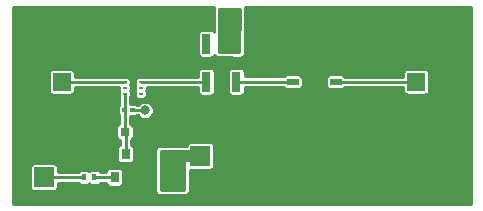
<source format=gtl>
G04 #@! TF.GenerationSoftware,KiCad,Pcbnew,(5.0.1)-4*
G04 #@! TF.CreationDate,2019-05-23T13:05:22-07:00*
G04 #@! TF.ProjectId,Transmit_circuit,5472616E736D69745F63697263756974,rev?*
G04 #@! TF.SameCoordinates,Original*
G04 #@! TF.FileFunction,Copper,L1,Top,Signal*
G04 #@! TF.FilePolarity,Positive*
%FSLAX46Y46*%
G04 Gerber Fmt 4.6, Leading zero omitted, Abs format (unit mm)*
G04 Created by KiCad (PCBNEW (5.0.1)-4) date 5/23/2019 1:05:22 PM*
%MOMM*%
%LPD*%
G01*
G04 APERTURE LIST*
G04 #@! TA.AperFunction,SMDPad,CuDef*
%ADD10R,0.400000X0.600000*%
G04 #@! TD*
G04 #@! TA.AperFunction,SMDPad,CuDef*
%ADD11R,0.990000X0.610000*%
G04 #@! TD*
G04 #@! TA.AperFunction,SMDPad,CuDef*
%ADD12R,1.750000X0.990000*%
G04 #@! TD*
G04 #@! TA.AperFunction,ComponentPad*
%ADD13C,0.600000*%
G04 #@! TD*
G04 #@! TA.AperFunction,ComponentPad*
%ADD14R,1.700000X1.700000*%
G04 #@! TD*
G04 #@! TA.AperFunction,ComponentPad*
%ADD15O,1.700000X1.700000*%
G04 #@! TD*
G04 #@! TA.AperFunction,ViaPad*
%ADD16C,0.350000*%
G04 #@! TD*
G04 #@! TA.AperFunction,SMDPad,CuDef*
%ADD17R,0.600000X1.200000*%
G04 #@! TD*
G04 #@! TA.AperFunction,SMDPad,CuDef*
%ADD18R,0.350000X0.250000*%
G04 #@! TD*
G04 #@! TA.AperFunction,SMDPad,CuDef*
%ADD19R,1.900000X1.900000*%
G04 #@! TD*
G04 #@! TA.AperFunction,SMDPad,CuDef*
%ADD20R,1.500000X1.500000*%
G04 #@! TD*
G04 #@! TA.AperFunction,Conductor*
%ADD21C,0.200000*%
G04 #@! TD*
G04 #@! TA.AperFunction,SMDPad,CuDef*
%ADD22C,0.400000*%
G04 #@! TD*
G04 #@! TA.AperFunction,SMDPad,CuDef*
%ADD23R,0.800000X0.900000*%
G04 #@! TD*
G04 #@! TA.AperFunction,SMDPad,CuDef*
%ADD24R,0.790000X1.680000*%
G04 #@! TD*
G04 #@! TA.AperFunction,SMDPad,CuDef*
%ADD25R,3.330000X0.690000*%
G04 #@! TD*
G04 #@! TA.AperFunction,SMDPad,CuDef*
%ADD26R,0.690000X2.110000*%
G04 #@! TD*
G04 #@! TA.AperFunction,ViaPad*
%ADD27C,0.600000*%
G04 #@! TD*
G04 #@! TA.AperFunction,SMDPad,CuDef*
%ADD28R,0.600000X0.500000*%
G04 #@! TD*
G04 #@! TA.AperFunction,SMDPad,CuDef*
%ADD29R,0.800000X0.750000*%
G04 #@! TD*
G04 #@! TA.AperFunction,ViaPad*
%ADD30C,0.800000*%
G04 #@! TD*
G04 #@! TA.AperFunction,Conductor*
%ADD31C,0.250000*%
G04 #@! TD*
G04 #@! TA.AperFunction,Conductor*
%ADD32C,0.267000*%
G04 #@! TD*
G04 #@! TA.AperFunction,Conductor*
%ADD33C,0.254000*%
G04 #@! TD*
G04 APERTURE END LIST*
D10*
G04 #@! TO.P,R1,2*
G04 #@! TO.N,Net-(J1-Pad1)*
X104125000Y-122575000D03*
G04 #@! TO.P,R1,1*
G04 #@! TO.N,Net-(R1-Pad1)*
X105025000Y-122575000D03*
G04 #@! TD*
D11*
G04 #@! TO.P,U4,1*
G04 #@! TO.N,/t_out*
X121810000Y-114500000D03*
D12*
G04 #@! TO.P,U4,2*
G04 #@! TO.N,GND*
X123625000Y-115515000D03*
D11*
G04 #@! TO.P,U4,3*
G04 #@! TO.N,/Filter_out*
X125440000Y-114500000D03*
D12*
G04 #@! TO.P,U4,4*
G04 #@! TO.N,GND*
X123625000Y-113485000D03*
D13*
G04 #@! TO.P,U4,2*
X123055000Y-115700000D03*
X124195000Y-115700000D03*
G04 #@! TO.P,U4,4*
X123055000Y-113300000D03*
X124195000Y-113300000D03*
G04 #@! TD*
D14*
G04 #@! TO.P,J2,1*
G04 #@! TO.N,+5V*
X114000000Y-120750000D03*
D15*
G04 #@! TO.P,J2,2*
G04 #@! TO.N,GND*
X116540000Y-120750000D03*
G04 #@! TD*
D16*
G04 #@! TO.N,GND*
G04 #@! TO.C,U2*
X108250000Y-115470000D03*
X108250000Y-114990000D03*
X108250000Y-114500000D03*
X108250000Y-114030000D03*
D17*
G04 #@! TD*
G04 #@! TO.P,U2,8*
G04 #@! TO.N,GND*
X108250000Y-114750000D03*
D18*
G04 #@! TO.P,U2,8*
G04 #@! TO.N,GND*
X108925000Y-114000000D03*
G04 #@! TO.P,U2,7*
G04 #@! TO.N,Net-(U2-Pad7)*
X108925000Y-114500000D03*
G04 #@! TO.P,U2,6*
G04 #@! TO.N,N/C*
X108925000Y-115000000D03*
G04 #@! TO.P,U2,5*
X108925000Y-115500000D03*
G04 #@! TO.P,U2,4*
G04 #@! TO.N,Net-(C2-Pad1)*
X107575000Y-115500000D03*
G04 #@! TO.P,U2,3*
G04 #@! TO.N,N/C*
X107575000Y-115000000D03*
G04 #@! TO.P,U2,2*
G04 #@! TO.N,Net-(CON1-Pad1)*
X107575000Y-114500000D03*
G04 #@! TO.P,U2,1*
G04 #@! TO.N,GND*
X107575000Y-114000000D03*
G04 #@! TD*
D19*
G04 #@! TO.P,CON1,2*
G04 #@! TO.N,GND*
X104625000Y-112125000D03*
X104625000Y-116875000D03*
X99875000Y-116875000D03*
X99875000Y-112125000D03*
D20*
G04 #@! TO.P,CON1,1*
G04 #@! TO.N,Net-(CON1-Pad1)*
X102250000Y-114500000D03*
G04 #@! TD*
G04 #@! TO.P,CON2,1*
G04 #@! TO.N,/Filter_out*
X132250000Y-114500000D03*
D19*
G04 #@! TO.P,CON2,2*
G04 #@! TO.N,GND*
X129875000Y-112125000D03*
X129875000Y-116875000D03*
X134625000Y-116875000D03*
X134625000Y-112125000D03*
G04 #@! TD*
D21*
G04 #@! TO.N,Net-(C2-Pad1)*
G04 #@! TO.C,R2*
G36*
X107719802Y-116675482D02*
X107729509Y-116676921D01*
X107739028Y-116679306D01*
X107748268Y-116682612D01*
X107757140Y-116686808D01*
X107765557Y-116691853D01*
X107773439Y-116697699D01*
X107780711Y-116704289D01*
X107787301Y-116711561D01*
X107793147Y-116719443D01*
X107798192Y-116727860D01*
X107802388Y-116736732D01*
X107805694Y-116745972D01*
X107808079Y-116755491D01*
X107809518Y-116765198D01*
X107810000Y-116775000D01*
X107810000Y-116975000D01*
X107809518Y-116984802D01*
X107808079Y-116994509D01*
X107805694Y-117004028D01*
X107802388Y-117013268D01*
X107798192Y-117022140D01*
X107793147Y-117030557D01*
X107787301Y-117038439D01*
X107780711Y-117045711D01*
X107773439Y-117052301D01*
X107765557Y-117058147D01*
X107757140Y-117063192D01*
X107748268Y-117067388D01*
X107739028Y-117070694D01*
X107729509Y-117073079D01*
X107719802Y-117074518D01*
X107710000Y-117075000D01*
X107450000Y-117075000D01*
X107440198Y-117074518D01*
X107430491Y-117073079D01*
X107420972Y-117070694D01*
X107411732Y-117067388D01*
X107402860Y-117063192D01*
X107394443Y-117058147D01*
X107386561Y-117052301D01*
X107379289Y-117045711D01*
X107372699Y-117038439D01*
X107366853Y-117030557D01*
X107361808Y-117022140D01*
X107357612Y-117013268D01*
X107354306Y-117004028D01*
X107351921Y-116994509D01*
X107350482Y-116984802D01*
X107350000Y-116975000D01*
X107350000Y-116775000D01*
X107350482Y-116765198D01*
X107351921Y-116755491D01*
X107354306Y-116745972D01*
X107357612Y-116736732D01*
X107361808Y-116727860D01*
X107366853Y-116719443D01*
X107372699Y-116711561D01*
X107379289Y-116704289D01*
X107386561Y-116697699D01*
X107394443Y-116691853D01*
X107402860Y-116686808D01*
X107411732Y-116682612D01*
X107420972Y-116679306D01*
X107430491Y-116676921D01*
X107440198Y-116675482D01*
X107450000Y-116675000D01*
X107710000Y-116675000D01*
X107719802Y-116675482D01*
X107719802Y-116675482D01*
G37*
D22*
G04 #@! TD*
G04 #@! TO.P,R2,1*
G04 #@! TO.N,Net-(C2-Pad1)*
X107580000Y-116875000D03*
D21*
G04 #@! TO.N,+5V*
G04 #@! TO.C,R2*
G36*
X108359802Y-116675482D02*
X108369509Y-116676921D01*
X108379028Y-116679306D01*
X108388268Y-116682612D01*
X108397140Y-116686808D01*
X108405557Y-116691853D01*
X108413439Y-116697699D01*
X108420711Y-116704289D01*
X108427301Y-116711561D01*
X108433147Y-116719443D01*
X108438192Y-116727860D01*
X108442388Y-116736732D01*
X108445694Y-116745972D01*
X108448079Y-116755491D01*
X108449518Y-116765198D01*
X108450000Y-116775000D01*
X108450000Y-116975000D01*
X108449518Y-116984802D01*
X108448079Y-116994509D01*
X108445694Y-117004028D01*
X108442388Y-117013268D01*
X108438192Y-117022140D01*
X108433147Y-117030557D01*
X108427301Y-117038439D01*
X108420711Y-117045711D01*
X108413439Y-117052301D01*
X108405557Y-117058147D01*
X108397140Y-117063192D01*
X108388268Y-117067388D01*
X108379028Y-117070694D01*
X108369509Y-117073079D01*
X108359802Y-117074518D01*
X108350000Y-117075000D01*
X108090000Y-117075000D01*
X108080198Y-117074518D01*
X108070491Y-117073079D01*
X108060972Y-117070694D01*
X108051732Y-117067388D01*
X108042860Y-117063192D01*
X108034443Y-117058147D01*
X108026561Y-117052301D01*
X108019289Y-117045711D01*
X108012699Y-117038439D01*
X108006853Y-117030557D01*
X108001808Y-117022140D01*
X107997612Y-117013268D01*
X107994306Y-117004028D01*
X107991921Y-116994509D01*
X107990482Y-116984802D01*
X107990000Y-116975000D01*
X107990000Y-116775000D01*
X107990482Y-116765198D01*
X107991921Y-116755491D01*
X107994306Y-116745972D01*
X107997612Y-116736732D01*
X108001808Y-116727860D01*
X108006853Y-116719443D01*
X108012699Y-116711561D01*
X108019289Y-116704289D01*
X108026561Y-116697699D01*
X108034443Y-116691853D01*
X108042860Y-116686808D01*
X108051732Y-116682612D01*
X108060972Y-116679306D01*
X108070491Y-116676921D01*
X108080198Y-116675482D01*
X108090000Y-116675000D01*
X108350000Y-116675000D01*
X108359802Y-116675482D01*
X108359802Y-116675482D01*
G37*
D22*
G04 #@! TD*
G04 #@! TO.P,R2,2*
G04 #@! TO.N,+5V*
X108220000Y-116875000D03*
D23*
G04 #@! TO.P,U1,1*
G04 #@! TO.N,Net-(C2-Pad1)*
X107675000Y-120575000D03*
G04 #@! TO.P,U1,2*
G04 #@! TO.N,Net-(R1-Pad1)*
X106725000Y-122575000D03*
G04 #@! TO.P,U1,3*
G04 #@! TO.N,GND*
X108625000Y-122575000D03*
G04 #@! TD*
D24*
G04 #@! TO.P,U3,1*
G04 #@! TO.N,Net-(U2-Pad7)*
X114480000Y-114485000D03*
G04 #@! TO.P,U3,2*
G04 #@! TO.N,/t_out*
X117020000Y-114485000D03*
G04 #@! TO.P,U3,3*
G04 #@! TO.N,+5V*
X117020000Y-111265000D03*
G04 #@! TO.P,U3,4*
G04 #@! TO.N,N/C*
X114480000Y-111265000D03*
D25*
G04 #@! TO.P,U3,5*
G04 #@! TO.N,GND*
X115750000Y-112875000D03*
D26*
X115750000Y-114275000D03*
D27*
G04 #@! TD*
G04 #@! TO.N,GND*
G04 #@! TO.C,U3*
X114400000Y-112875000D03*
G04 #@! TO.N,GND*
G04 #@! TO.C,U3*
X115750000Y-112875000D03*
X117100000Y-112875000D03*
X115750000Y-113975000D03*
X115750000Y-114975000D03*
G04 #@! TD*
D14*
G04 #@! TO.P,J1,1*
G04 #@! TO.N,Net-(J1-Pad1)*
X100725000Y-122575000D03*
G04 #@! TD*
D28*
G04 #@! TO.P,C1,2*
G04 #@! TO.N,GND*
X118075000Y-109625000D03*
G04 #@! TO.P,C1,1*
G04 #@! TO.N,+5V*
X117075000Y-109625000D03*
G04 #@! TD*
D29*
G04 #@! TO.P,C2,1*
G04 #@! TO.N,Net-(C2-Pad1)*
X107600000Y-118725000D03*
G04 #@! TO.P,C2,2*
G04 #@! TO.N,GND*
X109100000Y-118725000D03*
G04 #@! TD*
D30*
G04 #@! TO.N,+5V*
X112250000Y-120750000D03*
X111000000Y-120750000D03*
X111000000Y-122000000D03*
X111000000Y-123250000D03*
X112250000Y-123250000D03*
X112250000Y-122000000D03*
X109300000Y-116900000D03*
X116000000Y-109900000D03*
X115950000Y-108800000D03*
X116900000Y-108650000D03*
G04 #@! TO.N,GND*
X117250000Y-123250000D03*
X118500000Y-123250000D03*
X118500000Y-122000000D03*
X118500000Y-120750000D03*
X102250000Y-112250000D03*
X99750000Y-114500000D03*
X102250000Y-116750000D03*
X132000000Y-112000000D03*
X134500000Y-114500000D03*
X132250000Y-116750000D03*
D16*
X115750000Y-115950000D03*
X114500000Y-115950000D03*
X117025000Y-115950000D03*
X118075000Y-115025000D03*
X118725000Y-115025000D03*
X119350000Y-115025000D03*
X119975000Y-115025000D03*
X120675000Y-115050000D03*
X121250000Y-115325000D03*
X121925000Y-115700000D03*
X118075000Y-113900000D03*
X118725000Y-113925000D03*
X119425000Y-113925000D03*
X120050000Y-113925000D03*
X120750000Y-113950000D03*
X121325000Y-113575000D03*
X122050000Y-113325000D03*
X104625000Y-113975000D03*
X105275000Y-113975000D03*
X105925000Y-113975000D03*
X106725000Y-113975000D03*
X104625000Y-115025000D03*
X105250000Y-115025000D03*
X105925000Y-115025000D03*
X106725000Y-115050000D03*
X113750000Y-115775000D03*
X113525000Y-115050000D03*
X112900000Y-115050000D03*
X112275000Y-115050000D03*
X111600000Y-115050000D03*
X111000000Y-115050000D03*
X110375000Y-115050000D03*
X109775000Y-115050000D03*
X113550000Y-112850000D03*
X113550000Y-113950000D03*
X112900000Y-113950000D03*
X112275000Y-113950000D03*
X111650000Y-113950000D03*
X111050000Y-113950000D03*
X110375000Y-113975000D03*
X109800000Y-113975000D03*
X125075000Y-113375000D03*
X125650000Y-113600000D03*
X126525000Y-113925000D03*
X127175000Y-113925000D03*
X127825000Y-113925000D03*
X128475000Y-113925000D03*
X129225000Y-113925000D03*
X130050000Y-113925000D03*
X124975000Y-115625000D03*
X125800000Y-115400000D03*
X126500000Y-115050000D03*
X127225000Y-115050000D03*
X128000000Y-115075000D03*
X128675000Y-115075000D03*
X129500000Y-115075000D03*
X130175000Y-115075000D03*
D30*
X106375000Y-112175000D03*
X108225000Y-112800000D03*
X110125000Y-112850000D03*
X112300000Y-108950000D03*
X110100000Y-108900000D03*
X110075000Y-110700000D03*
X108200000Y-110625000D03*
X108150000Y-108925000D03*
X105875000Y-108875000D03*
X103350000Y-108850000D03*
X99850000Y-108875000D03*
X114200000Y-108950000D03*
X106475000Y-116875000D03*
X105800000Y-118975000D03*
X103375000Y-118975000D03*
X99975000Y-118975000D03*
X112625000Y-118100000D03*
X112600000Y-116475000D03*
X110700000Y-116425000D03*
X115700000Y-118050000D03*
X117925000Y-118100000D03*
X118525000Y-116500000D03*
X120375000Y-116550000D03*
X120450000Y-118225000D03*
X122125000Y-117075000D03*
X124300000Y-117075000D03*
X127600000Y-116600000D03*
X134650000Y-118825000D03*
X132400000Y-118825000D03*
X129725000Y-118800000D03*
X127450000Y-118775000D03*
X125175000Y-118775000D03*
X122550000Y-118750000D03*
X136400000Y-112125000D03*
X136400000Y-114775000D03*
X136375000Y-117075000D03*
X136325000Y-118850000D03*
X134825000Y-109750000D03*
X132075000Y-109825000D03*
X129900000Y-109775000D03*
X127925000Y-109850000D03*
X127925000Y-112250000D03*
X125975000Y-112225000D03*
X126050000Y-109725000D03*
X123650000Y-109725000D03*
X123625000Y-112000000D03*
X121325000Y-111975000D03*
X121100000Y-109650000D03*
X99850000Y-110275000D03*
X102250000Y-110275000D03*
X104725000Y-110200000D03*
D16*
X104000000Y-113975000D03*
X104000000Y-115025000D03*
X130825000Y-113925000D03*
X130825000Y-115075000D03*
D30*
X118425000Y-110725000D03*
X118425000Y-111925000D03*
X118375000Y-113025000D03*
X119875000Y-112975000D03*
X119875000Y-111225000D03*
X113275000Y-110150000D03*
X113275000Y-111550000D03*
X112550000Y-112900000D03*
X111450000Y-111650000D03*
X110600000Y-118725000D03*
X108625000Y-123950000D03*
X109100000Y-120500000D03*
X104500000Y-120625000D03*
G04 #@! TD*
D31*
G04 #@! TO.N,+5V*
X114000000Y-120750000D02*
X112250000Y-120750000D01*
X111000000Y-120750000D02*
X111000000Y-122000000D01*
X111000000Y-123250000D02*
X112250000Y-123250000D01*
X108220000Y-116875000D02*
X109275000Y-116875000D01*
X109275000Y-116875000D02*
X109300000Y-116900000D01*
X117075000Y-109625000D02*
X116275000Y-109625000D01*
X116275000Y-109625000D02*
X116000000Y-109900000D01*
X115950000Y-108800000D02*
X116750000Y-108800000D01*
X116750000Y-108800000D02*
X116900000Y-108650000D01*
X117020000Y-109680000D02*
X117075000Y-109625000D01*
X117020000Y-111265000D02*
X117020000Y-109680000D01*
G04 #@! TO.N,GND*
X118500000Y-123250000D02*
X118500000Y-122000000D01*
X99875000Y-112125000D02*
X102125000Y-112125000D01*
X102125000Y-112125000D02*
X102250000Y-112250000D01*
X102375000Y-112125000D02*
X102250000Y-112250000D01*
X104625000Y-112125000D02*
X102375000Y-112125000D01*
X99875000Y-116875000D02*
X99875000Y-114625000D01*
X99875000Y-114625000D02*
X99750000Y-114500000D01*
X99875000Y-114375000D02*
X99750000Y-114500000D01*
X99875000Y-112125000D02*
X99875000Y-114375000D01*
X99875000Y-116875000D02*
X102125000Y-116875000D01*
X102125000Y-116875000D02*
X102250000Y-116750000D01*
X102375000Y-116875000D02*
X102250000Y-116750000D01*
X104625000Y-116875000D02*
X102375000Y-116875000D01*
X129875000Y-112125000D02*
X131875000Y-112125000D01*
X131875000Y-112125000D02*
X132000000Y-112000000D01*
X132125000Y-112125000D02*
X132000000Y-112000000D01*
X134625000Y-112125000D02*
X132125000Y-112125000D01*
X134625000Y-116875000D02*
X134625000Y-114625000D01*
X134625000Y-114625000D02*
X134500000Y-114500000D01*
X134625000Y-114375000D02*
X134500000Y-114500000D01*
X134625000Y-112125000D02*
X134625000Y-114375000D01*
X134625000Y-116875000D02*
X132375000Y-116875000D01*
X132375000Y-116875000D02*
X132250000Y-116750000D01*
X132125000Y-116875000D02*
X132250000Y-116750000D01*
X129875000Y-116875000D02*
X132125000Y-116875000D01*
X116540000Y-120750000D02*
X118500000Y-120750000D01*
D32*
X115750000Y-115950000D02*
X114500000Y-115950000D01*
X115750000Y-115950000D02*
X117025000Y-115950000D01*
X118075000Y-115025000D02*
X118725000Y-115025000D01*
X119350000Y-115025000D02*
X119975000Y-115025000D01*
X120675000Y-115050000D02*
X120975000Y-115050000D01*
X120975000Y-115050000D02*
X121250000Y-115325000D01*
X121925000Y-115700000D02*
X123055000Y-115700000D01*
X118075000Y-113268000D02*
X118075000Y-113900000D01*
X115750000Y-112875000D02*
X117682000Y-112875000D01*
X117682000Y-112875000D02*
X118075000Y-113268000D01*
X118725000Y-113925000D02*
X119425000Y-113925000D01*
X120050000Y-113925000D02*
X120725000Y-113925000D01*
X120725000Y-113925000D02*
X120750000Y-113950000D01*
X121325000Y-113575000D02*
X121800000Y-113575000D01*
X121800000Y-113575000D02*
X122050000Y-113325000D01*
X104625000Y-112125000D02*
X104625000Y-113975000D01*
X105275000Y-113975000D02*
X105925000Y-113975000D01*
X107550000Y-113975000D02*
X107575000Y-114000000D01*
X106725000Y-113975000D02*
X107550000Y-113975000D01*
X104625000Y-116875000D02*
X104625000Y-115025000D01*
X105250000Y-115025000D02*
X105925000Y-115025000D01*
X114500000Y-115950000D02*
X113925000Y-115950000D01*
X113925000Y-115950000D02*
X113750000Y-115775000D01*
X113525000Y-115050000D02*
X112900000Y-115050000D01*
X112275000Y-115050000D02*
X111600000Y-115050000D01*
X111000000Y-115050000D02*
X110375000Y-115050000D01*
X115750000Y-112875000D02*
X113575000Y-112875000D01*
X113575000Y-112875000D02*
X113550000Y-112850000D01*
X113550000Y-113950000D02*
X112900000Y-113950000D01*
X112275000Y-113950000D02*
X111650000Y-113950000D01*
X111050000Y-113950000D02*
X110400000Y-113950000D01*
X110400000Y-113950000D02*
X110375000Y-113975000D01*
X108950000Y-113975000D02*
X108925000Y-114000000D01*
X109800000Y-113975000D02*
X108950000Y-113975000D01*
X123625000Y-113485000D02*
X124965000Y-113485000D01*
X124965000Y-113485000D02*
X125075000Y-113375000D01*
X125650000Y-113600000D02*
X126200000Y-113600000D01*
X126200000Y-113600000D02*
X126525000Y-113925000D01*
X127175000Y-113925000D02*
X127825000Y-113925000D01*
X128475000Y-113925000D02*
X129225000Y-113925000D01*
X130050000Y-112300000D02*
X129875000Y-112125000D01*
X130050000Y-113925000D02*
X130050000Y-112300000D01*
X123625000Y-115515000D02*
X124865000Y-115515000D01*
X124865000Y-115515000D02*
X124975000Y-115625000D01*
X125800000Y-115400000D02*
X126150000Y-115400000D01*
X126150000Y-115400000D02*
X126500000Y-115050000D01*
X127225000Y-115050000D02*
X127975000Y-115050000D01*
X127975000Y-115050000D02*
X128000000Y-115075000D01*
X128675000Y-115075000D02*
X129500000Y-115075000D01*
X130175000Y-116575000D02*
X129875000Y-116875000D01*
X130175000Y-115075000D02*
X130175000Y-116575000D01*
X104625000Y-112125000D02*
X106325000Y-112125000D01*
X106325000Y-112125000D02*
X106375000Y-112175000D01*
X108225000Y-112800000D02*
X110075000Y-112800000D01*
X110075000Y-112800000D02*
X110125000Y-112850000D01*
X112300000Y-108950000D02*
X110150000Y-108950000D01*
X110150000Y-108950000D02*
X110100000Y-108900000D01*
X110075000Y-110700000D02*
X108275000Y-110700000D01*
X108275000Y-110700000D02*
X108200000Y-110625000D01*
X108150000Y-108925000D02*
X105925000Y-108925000D01*
X105925000Y-108925000D02*
X105875000Y-108875000D01*
X103350000Y-108850000D02*
X99875000Y-108850000D01*
X99875000Y-108850000D02*
X99850000Y-108875000D01*
X104625000Y-116875000D02*
X106475000Y-116875000D01*
X105800000Y-118975000D02*
X103375000Y-118975000D01*
X112600000Y-116475000D02*
X110750000Y-116475000D01*
X110750000Y-116475000D02*
X110700000Y-116425000D01*
X115700000Y-118050000D02*
X117875000Y-118050000D01*
X117875000Y-118050000D02*
X117925000Y-118100000D01*
X118525000Y-116500000D02*
X120325000Y-116500000D01*
X120325000Y-116500000D02*
X120375000Y-116550000D01*
X120450000Y-118225000D02*
X120975000Y-118225000D01*
X120975000Y-118225000D02*
X122125000Y-117075000D01*
X124300000Y-117075000D02*
X127125000Y-117075000D01*
X127125000Y-117075000D02*
X127600000Y-116600000D01*
X134625000Y-116875000D02*
X134625000Y-118800000D01*
X134625000Y-118800000D02*
X134650000Y-118825000D01*
X132400000Y-118825000D02*
X129750000Y-118825000D01*
X129750000Y-118825000D02*
X129725000Y-118800000D01*
X127450000Y-118775000D02*
X125175000Y-118775000D01*
X134625000Y-112125000D02*
X136400000Y-112125000D01*
X136400000Y-114775000D02*
X136400000Y-117050000D01*
X136400000Y-117050000D02*
X136375000Y-117075000D01*
X134625000Y-112125000D02*
X134625000Y-109950000D01*
X134625000Y-109950000D02*
X134825000Y-109750000D01*
X132075000Y-109825000D02*
X129950000Y-109825000D01*
X129950000Y-109825000D02*
X129900000Y-109775000D01*
X127925000Y-109850000D02*
X127925000Y-112250000D01*
X125975000Y-112225000D02*
X125975000Y-109800000D01*
X125975000Y-109800000D02*
X126050000Y-109725000D01*
X123650000Y-109725000D02*
X123650000Y-111975000D01*
X123650000Y-111975000D02*
X123625000Y-112000000D01*
X121325000Y-111975000D02*
X121325000Y-109875000D01*
X121325000Y-109875000D02*
X121100000Y-109650000D01*
X99875000Y-112125000D02*
X99875000Y-110300000D01*
X99875000Y-110300000D02*
X99850000Y-110275000D01*
X102250000Y-110275000D02*
X104650000Y-110275000D01*
X104650000Y-110275000D02*
X104725000Y-110200000D01*
D31*
X104625000Y-113975000D02*
X104000000Y-113975000D01*
X130050000Y-113925000D02*
X130825000Y-113925000D01*
X118425000Y-110725000D02*
X118425000Y-111925000D01*
X118375000Y-113025000D02*
X119825000Y-113025000D01*
X119825000Y-113025000D02*
X119875000Y-112975000D01*
X114200000Y-108950000D02*
X114200000Y-109225000D01*
X114200000Y-109225000D02*
X113275000Y-110150000D01*
X113275000Y-111550000D02*
X113275000Y-112175000D01*
X113275000Y-112175000D02*
X112550000Y-112900000D01*
X118075000Y-110375000D02*
X118425000Y-110725000D01*
X118075000Y-109625000D02*
X118075000Y-110375000D01*
X109100000Y-118725000D02*
X110600000Y-118725000D01*
X108625000Y-122575000D02*
X108625000Y-123950000D01*
X109100000Y-118725000D02*
X109100000Y-120500000D01*
D32*
G04 #@! TO.N,Net-(CON1-Pad1)*
X102250000Y-114500000D02*
X107575000Y-114500000D01*
D31*
G04 #@! TO.N,Net-(J1-Pad1)*
X104125000Y-122575000D02*
X100725000Y-122575000D01*
G04 #@! TO.N,Net-(R1-Pad1)*
X106725000Y-122575000D02*
X105025000Y-122575000D01*
D32*
G04 #@! TO.N,Net-(U2-Pad7)*
X114465000Y-114500000D02*
X114480000Y-114485000D01*
X108925000Y-114500000D02*
X114465000Y-114500000D01*
G04 #@! TO.N,/t_out*
X121795000Y-114485000D02*
X121810000Y-114500000D01*
X117020000Y-114485000D02*
X121795000Y-114485000D01*
G04 #@! TO.N,/Filter_out*
X126202000Y-114500000D02*
X132250000Y-114500000D01*
X125440000Y-114500000D02*
X126202000Y-114500000D01*
D31*
G04 #@! TO.N,Net-(C2-Pad1)*
X107575000Y-116870000D02*
X107580000Y-116875000D01*
X107575000Y-115500000D02*
X107575000Y-116870000D01*
X107580000Y-118705000D02*
X107600000Y-118725000D01*
X107580000Y-116875000D02*
X107580000Y-118705000D01*
X107675000Y-118800000D02*
X107600000Y-118725000D01*
X107675000Y-120575000D02*
X107675000Y-118800000D01*
G04 #@! TD*
D33*
G04 #@! TO.N,GND*
G36*
X115148000Y-108200000D02*
X115148000Y-110244989D01*
X115110754Y-110189246D01*
X115002589Y-110116973D01*
X114875000Y-110091594D01*
X114085000Y-110091594D01*
X113957411Y-110116973D01*
X113849246Y-110189246D01*
X113776973Y-110297411D01*
X113751594Y-110425000D01*
X113751594Y-112105000D01*
X113776973Y-112232589D01*
X113849246Y-112340754D01*
X113957411Y-112413027D01*
X114085000Y-112438406D01*
X114875000Y-112438406D01*
X115002589Y-112413027D01*
X115110754Y-112340754D01*
X115180449Y-112236448D01*
X115243776Y-112331224D01*
X115349863Y-112402109D01*
X115475000Y-112427000D01*
X116567658Y-112427000D01*
X116625000Y-112438406D01*
X117415000Y-112438406D01*
X117542589Y-112413027D01*
X117650754Y-112340754D01*
X117723027Y-112232589D01*
X117723220Y-112231617D01*
X117726300Y-112227071D01*
X117751993Y-112102096D01*
X117776993Y-108202096D01*
X117762306Y-108127000D01*
X136873000Y-108127000D01*
X136873000Y-124873000D01*
X98127000Y-124873000D01*
X98127000Y-121725000D01*
X99541594Y-121725000D01*
X99541594Y-123425000D01*
X99566973Y-123552589D01*
X99639246Y-123660754D01*
X99747411Y-123733027D01*
X99875000Y-123758406D01*
X101575000Y-123758406D01*
X101702589Y-123733027D01*
X101810754Y-123660754D01*
X101883027Y-123552589D01*
X101908406Y-123425000D01*
X101908406Y-123027000D01*
X103633284Y-123027000D01*
X103689246Y-123110754D01*
X103797411Y-123183027D01*
X103925000Y-123208406D01*
X104325000Y-123208406D01*
X104452589Y-123183027D01*
X104560754Y-123110754D01*
X104575000Y-123089433D01*
X104589246Y-123110754D01*
X104697411Y-123183027D01*
X104825000Y-123208406D01*
X105225000Y-123208406D01*
X105352589Y-123183027D01*
X105460754Y-123110754D01*
X105516716Y-123027000D01*
X105991992Y-123027000D01*
X106016973Y-123152589D01*
X106089246Y-123260754D01*
X106197411Y-123333027D01*
X106325000Y-123358406D01*
X107125000Y-123358406D01*
X107252589Y-123333027D01*
X107360754Y-123260754D01*
X107433027Y-123152589D01*
X107458406Y-123025000D01*
X107458406Y-122125000D01*
X107433027Y-121997411D01*
X107360754Y-121889246D01*
X107252589Y-121816973D01*
X107125000Y-121791594D01*
X106325000Y-121791594D01*
X106197411Y-121816973D01*
X106089246Y-121889246D01*
X106016973Y-121997411D01*
X105991992Y-122123000D01*
X105516716Y-122123000D01*
X105460754Y-122039246D01*
X105352589Y-121966973D01*
X105225000Y-121941594D01*
X104825000Y-121941594D01*
X104697411Y-121966973D01*
X104589246Y-122039246D01*
X104575000Y-122060567D01*
X104560754Y-122039246D01*
X104452589Y-121966973D01*
X104325000Y-121941594D01*
X103925000Y-121941594D01*
X103797411Y-121966973D01*
X103689246Y-122039246D01*
X103633284Y-122123000D01*
X101908406Y-122123000D01*
X101908406Y-121725000D01*
X101883027Y-121597411D01*
X101810754Y-121489246D01*
X101702589Y-121416973D01*
X101575000Y-121391594D01*
X99875000Y-121391594D01*
X99747411Y-121416973D01*
X99639246Y-121489246D01*
X99566973Y-121597411D01*
X99541594Y-121725000D01*
X98127000Y-121725000D01*
X98127000Y-113750000D01*
X101166594Y-113750000D01*
X101166594Y-115250000D01*
X101191973Y-115377589D01*
X101264246Y-115485754D01*
X101372411Y-115558027D01*
X101500000Y-115583406D01*
X103000000Y-115583406D01*
X103127589Y-115558027D01*
X103235754Y-115485754D01*
X103308027Y-115377589D01*
X103333406Y-115250000D01*
X103333406Y-114960500D01*
X107066594Y-114960500D01*
X107066594Y-115125000D01*
X107091458Y-115250000D01*
X107066594Y-115375000D01*
X107066594Y-115625000D01*
X107091973Y-115752589D01*
X107123000Y-115799025D01*
X107123001Y-116499269D01*
X107049585Y-116609143D01*
X107016594Y-116775000D01*
X107016594Y-116975000D01*
X107049585Y-117140857D01*
X107128000Y-117258213D01*
X107128001Y-118030916D01*
X107072411Y-118041973D01*
X106964246Y-118114246D01*
X106891973Y-118222411D01*
X106866594Y-118350000D01*
X106866594Y-119100000D01*
X106891973Y-119227589D01*
X106964246Y-119335754D01*
X107072411Y-119408027D01*
X107200000Y-119433406D01*
X107223001Y-119433406D01*
X107223000Y-119801937D01*
X107147411Y-119816973D01*
X107039246Y-119889246D01*
X106966973Y-119997411D01*
X106941594Y-120125000D01*
X106941594Y-121025000D01*
X106966973Y-121152589D01*
X107039246Y-121260754D01*
X107147411Y-121333027D01*
X107275000Y-121358406D01*
X108075000Y-121358406D01*
X108202589Y-121333027D01*
X108310754Y-121260754D01*
X108383027Y-121152589D01*
X108408406Y-121025000D01*
X108408406Y-120250000D01*
X110173000Y-120250000D01*
X110173000Y-123750000D01*
X110197891Y-123875137D01*
X110268776Y-123981224D01*
X110374863Y-124052109D01*
X110500000Y-124077000D01*
X112750000Y-124077000D01*
X112875137Y-124052109D01*
X112981224Y-123981224D01*
X113052109Y-123875137D01*
X113077000Y-123750000D01*
X113077000Y-121918885D01*
X113150000Y-121933406D01*
X114850000Y-121933406D01*
X114977589Y-121908027D01*
X115085754Y-121835754D01*
X115158027Y-121727589D01*
X115183406Y-121600000D01*
X115183406Y-119900000D01*
X115158027Y-119772411D01*
X115085754Y-119664246D01*
X114977589Y-119591973D01*
X114850000Y-119566594D01*
X113150000Y-119566594D01*
X113022411Y-119591973D01*
X112914246Y-119664246D01*
X112841973Y-119772411D01*
X112816594Y-119900000D01*
X112816594Y-119923000D01*
X110500000Y-119923000D01*
X110374863Y-119947891D01*
X110268776Y-120018776D01*
X110197891Y-120124863D01*
X110173000Y-120250000D01*
X108408406Y-120250000D01*
X108408406Y-120125000D01*
X108383027Y-119997411D01*
X108310754Y-119889246D01*
X108202589Y-119816973D01*
X108127000Y-119801937D01*
X108127000Y-119408144D01*
X108127589Y-119408027D01*
X108235754Y-119335754D01*
X108308027Y-119227589D01*
X108333406Y-119100000D01*
X108333406Y-118350000D01*
X108308027Y-118222411D01*
X108235754Y-118114246D01*
X108127589Y-118041973D01*
X108032000Y-118022959D01*
X108032000Y-117396869D01*
X108090000Y-117408406D01*
X108350000Y-117408406D01*
X108515857Y-117375415D01*
X108588315Y-117327000D01*
X108698866Y-117327000D01*
X108888187Y-117516321D01*
X109155391Y-117627000D01*
X109444609Y-117627000D01*
X109711813Y-117516321D01*
X109916321Y-117311813D01*
X110027000Y-117044609D01*
X110027000Y-116755391D01*
X109916321Y-116488187D01*
X109711813Y-116283679D01*
X109444609Y-116173000D01*
X109155391Y-116173000D01*
X108888187Y-116283679D01*
X108748866Y-116423000D01*
X108588315Y-116423000D01*
X108515857Y-116374585D01*
X108350000Y-116341594D01*
X108090000Y-116341594D01*
X108027000Y-116354125D01*
X108027000Y-115799025D01*
X108058027Y-115752589D01*
X108083406Y-115625000D01*
X108083406Y-115375000D01*
X108058542Y-115250000D01*
X108083406Y-115125000D01*
X108083406Y-114875000D01*
X108058542Y-114750000D01*
X108083406Y-114625000D01*
X108083406Y-114375000D01*
X108416594Y-114375000D01*
X108416594Y-114625000D01*
X108441458Y-114750000D01*
X108416594Y-114875000D01*
X108416594Y-115125000D01*
X108441458Y-115250000D01*
X108416594Y-115375000D01*
X108416594Y-115625000D01*
X108441973Y-115752589D01*
X108514246Y-115860754D01*
X108622411Y-115933027D01*
X108750000Y-115958406D01*
X109100000Y-115958406D01*
X109227589Y-115933027D01*
X109335754Y-115860754D01*
X109408027Y-115752589D01*
X109433406Y-115625000D01*
X109433406Y-115375000D01*
X109408542Y-115250000D01*
X109433406Y-115125000D01*
X109433406Y-114960500D01*
X113751594Y-114960500D01*
X113751594Y-115325000D01*
X113776973Y-115452589D01*
X113849246Y-115560754D01*
X113957411Y-115633027D01*
X114085000Y-115658406D01*
X114875000Y-115658406D01*
X115002589Y-115633027D01*
X115110754Y-115560754D01*
X115183027Y-115452589D01*
X115208406Y-115325000D01*
X115208406Y-113645000D01*
X116291594Y-113645000D01*
X116291594Y-115325000D01*
X116316973Y-115452589D01*
X116389246Y-115560754D01*
X116497411Y-115633027D01*
X116625000Y-115658406D01*
X117415000Y-115658406D01*
X117542589Y-115633027D01*
X117650754Y-115560754D01*
X117723027Y-115452589D01*
X117748406Y-115325000D01*
X117748406Y-114945500D01*
X121015600Y-114945500D01*
X121079246Y-115040754D01*
X121187411Y-115113027D01*
X121315000Y-115138406D01*
X122305000Y-115138406D01*
X122432589Y-115113027D01*
X122540754Y-115040754D01*
X122613027Y-114932589D01*
X122638406Y-114805000D01*
X122638406Y-114195000D01*
X124611594Y-114195000D01*
X124611594Y-114805000D01*
X124636973Y-114932589D01*
X124709246Y-115040754D01*
X124817411Y-115113027D01*
X124945000Y-115138406D01*
X125935000Y-115138406D01*
X126062589Y-115113027D01*
X126170754Y-115040754D01*
X126224378Y-114960500D01*
X131166594Y-114960500D01*
X131166594Y-115250000D01*
X131191973Y-115377589D01*
X131264246Y-115485754D01*
X131372411Y-115558027D01*
X131500000Y-115583406D01*
X133000000Y-115583406D01*
X133127589Y-115558027D01*
X133235754Y-115485754D01*
X133308027Y-115377589D01*
X133333406Y-115250000D01*
X133333406Y-113750000D01*
X133308027Y-113622411D01*
X133235754Y-113514246D01*
X133127589Y-113441973D01*
X133000000Y-113416594D01*
X131500000Y-113416594D01*
X131372411Y-113441973D01*
X131264246Y-113514246D01*
X131191973Y-113622411D01*
X131166594Y-113750000D01*
X131166594Y-114039500D01*
X126224378Y-114039500D01*
X126170754Y-113959246D01*
X126062589Y-113886973D01*
X125935000Y-113861594D01*
X124945000Y-113861594D01*
X124817411Y-113886973D01*
X124709246Y-113959246D01*
X124636973Y-114067411D01*
X124611594Y-114195000D01*
X122638406Y-114195000D01*
X122613027Y-114067411D01*
X122540754Y-113959246D01*
X122432589Y-113886973D01*
X122305000Y-113861594D01*
X121315000Y-113861594D01*
X121187411Y-113886973D01*
X121079246Y-113959246D01*
X121035645Y-114024500D01*
X117748406Y-114024500D01*
X117748406Y-113645000D01*
X117723027Y-113517411D01*
X117650754Y-113409246D01*
X117542589Y-113336973D01*
X117415000Y-113311594D01*
X116625000Y-113311594D01*
X116497411Y-113336973D01*
X116389246Y-113409246D01*
X116316973Y-113517411D01*
X116291594Y-113645000D01*
X115208406Y-113645000D01*
X115183027Y-113517411D01*
X115110754Y-113409246D01*
X115002589Y-113336973D01*
X114875000Y-113311594D01*
X114085000Y-113311594D01*
X113957411Y-113336973D01*
X113849246Y-113409246D01*
X113776973Y-113517411D01*
X113751594Y-113645000D01*
X113751594Y-114039500D01*
X108879648Y-114039500D01*
X108869121Y-114041594D01*
X108750000Y-114041594D01*
X108622411Y-114066973D01*
X108514246Y-114139246D01*
X108441973Y-114247411D01*
X108416594Y-114375000D01*
X108083406Y-114375000D01*
X108058027Y-114247411D01*
X107985754Y-114139246D01*
X107877589Y-114066973D01*
X107750000Y-114041594D01*
X107630879Y-114041594D01*
X107620352Y-114039500D01*
X103333406Y-114039500D01*
X103333406Y-113750000D01*
X103308027Y-113622411D01*
X103235754Y-113514246D01*
X103127589Y-113441973D01*
X103000000Y-113416594D01*
X101500000Y-113416594D01*
X101372411Y-113441973D01*
X101264246Y-113514246D01*
X101191973Y-113622411D01*
X101166594Y-113750000D01*
X98127000Y-113750000D01*
X98127000Y-108127000D01*
X115162520Y-108127000D01*
X115148000Y-108200000D01*
X115148000Y-108200000D01*
G37*
X115148000Y-108200000D02*
X115148000Y-110244989D01*
X115110754Y-110189246D01*
X115002589Y-110116973D01*
X114875000Y-110091594D01*
X114085000Y-110091594D01*
X113957411Y-110116973D01*
X113849246Y-110189246D01*
X113776973Y-110297411D01*
X113751594Y-110425000D01*
X113751594Y-112105000D01*
X113776973Y-112232589D01*
X113849246Y-112340754D01*
X113957411Y-112413027D01*
X114085000Y-112438406D01*
X114875000Y-112438406D01*
X115002589Y-112413027D01*
X115110754Y-112340754D01*
X115180449Y-112236448D01*
X115243776Y-112331224D01*
X115349863Y-112402109D01*
X115475000Y-112427000D01*
X116567658Y-112427000D01*
X116625000Y-112438406D01*
X117415000Y-112438406D01*
X117542589Y-112413027D01*
X117650754Y-112340754D01*
X117723027Y-112232589D01*
X117723220Y-112231617D01*
X117726300Y-112227071D01*
X117751993Y-112102096D01*
X117776993Y-108202096D01*
X117762306Y-108127000D01*
X136873000Y-108127000D01*
X136873000Y-124873000D01*
X98127000Y-124873000D01*
X98127000Y-121725000D01*
X99541594Y-121725000D01*
X99541594Y-123425000D01*
X99566973Y-123552589D01*
X99639246Y-123660754D01*
X99747411Y-123733027D01*
X99875000Y-123758406D01*
X101575000Y-123758406D01*
X101702589Y-123733027D01*
X101810754Y-123660754D01*
X101883027Y-123552589D01*
X101908406Y-123425000D01*
X101908406Y-123027000D01*
X103633284Y-123027000D01*
X103689246Y-123110754D01*
X103797411Y-123183027D01*
X103925000Y-123208406D01*
X104325000Y-123208406D01*
X104452589Y-123183027D01*
X104560754Y-123110754D01*
X104575000Y-123089433D01*
X104589246Y-123110754D01*
X104697411Y-123183027D01*
X104825000Y-123208406D01*
X105225000Y-123208406D01*
X105352589Y-123183027D01*
X105460754Y-123110754D01*
X105516716Y-123027000D01*
X105991992Y-123027000D01*
X106016973Y-123152589D01*
X106089246Y-123260754D01*
X106197411Y-123333027D01*
X106325000Y-123358406D01*
X107125000Y-123358406D01*
X107252589Y-123333027D01*
X107360754Y-123260754D01*
X107433027Y-123152589D01*
X107458406Y-123025000D01*
X107458406Y-122125000D01*
X107433027Y-121997411D01*
X107360754Y-121889246D01*
X107252589Y-121816973D01*
X107125000Y-121791594D01*
X106325000Y-121791594D01*
X106197411Y-121816973D01*
X106089246Y-121889246D01*
X106016973Y-121997411D01*
X105991992Y-122123000D01*
X105516716Y-122123000D01*
X105460754Y-122039246D01*
X105352589Y-121966973D01*
X105225000Y-121941594D01*
X104825000Y-121941594D01*
X104697411Y-121966973D01*
X104589246Y-122039246D01*
X104575000Y-122060567D01*
X104560754Y-122039246D01*
X104452589Y-121966973D01*
X104325000Y-121941594D01*
X103925000Y-121941594D01*
X103797411Y-121966973D01*
X103689246Y-122039246D01*
X103633284Y-122123000D01*
X101908406Y-122123000D01*
X101908406Y-121725000D01*
X101883027Y-121597411D01*
X101810754Y-121489246D01*
X101702589Y-121416973D01*
X101575000Y-121391594D01*
X99875000Y-121391594D01*
X99747411Y-121416973D01*
X99639246Y-121489246D01*
X99566973Y-121597411D01*
X99541594Y-121725000D01*
X98127000Y-121725000D01*
X98127000Y-113750000D01*
X101166594Y-113750000D01*
X101166594Y-115250000D01*
X101191973Y-115377589D01*
X101264246Y-115485754D01*
X101372411Y-115558027D01*
X101500000Y-115583406D01*
X103000000Y-115583406D01*
X103127589Y-115558027D01*
X103235754Y-115485754D01*
X103308027Y-115377589D01*
X103333406Y-115250000D01*
X103333406Y-114960500D01*
X107066594Y-114960500D01*
X107066594Y-115125000D01*
X107091458Y-115250000D01*
X107066594Y-115375000D01*
X107066594Y-115625000D01*
X107091973Y-115752589D01*
X107123000Y-115799025D01*
X107123001Y-116499269D01*
X107049585Y-116609143D01*
X107016594Y-116775000D01*
X107016594Y-116975000D01*
X107049585Y-117140857D01*
X107128000Y-117258213D01*
X107128001Y-118030916D01*
X107072411Y-118041973D01*
X106964246Y-118114246D01*
X106891973Y-118222411D01*
X106866594Y-118350000D01*
X106866594Y-119100000D01*
X106891973Y-119227589D01*
X106964246Y-119335754D01*
X107072411Y-119408027D01*
X107200000Y-119433406D01*
X107223001Y-119433406D01*
X107223000Y-119801937D01*
X107147411Y-119816973D01*
X107039246Y-119889246D01*
X106966973Y-119997411D01*
X106941594Y-120125000D01*
X106941594Y-121025000D01*
X106966973Y-121152589D01*
X107039246Y-121260754D01*
X107147411Y-121333027D01*
X107275000Y-121358406D01*
X108075000Y-121358406D01*
X108202589Y-121333027D01*
X108310754Y-121260754D01*
X108383027Y-121152589D01*
X108408406Y-121025000D01*
X108408406Y-120250000D01*
X110173000Y-120250000D01*
X110173000Y-123750000D01*
X110197891Y-123875137D01*
X110268776Y-123981224D01*
X110374863Y-124052109D01*
X110500000Y-124077000D01*
X112750000Y-124077000D01*
X112875137Y-124052109D01*
X112981224Y-123981224D01*
X113052109Y-123875137D01*
X113077000Y-123750000D01*
X113077000Y-121918885D01*
X113150000Y-121933406D01*
X114850000Y-121933406D01*
X114977589Y-121908027D01*
X115085754Y-121835754D01*
X115158027Y-121727589D01*
X115183406Y-121600000D01*
X115183406Y-119900000D01*
X115158027Y-119772411D01*
X115085754Y-119664246D01*
X114977589Y-119591973D01*
X114850000Y-119566594D01*
X113150000Y-119566594D01*
X113022411Y-119591973D01*
X112914246Y-119664246D01*
X112841973Y-119772411D01*
X112816594Y-119900000D01*
X112816594Y-119923000D01*
X110500000Y-119923000D01*
X110374863Y-119947891D01*
X110268776Y-120018776D01*
X110197891Y-120124863D01*
X110173000Y-120250000D01*
X108408406Y-120250000D01*
X108408406Y-120125000D01*
X108383027Y-119997411D01*
X108310754Y-119889246D01*
X108202589Y-119816973D01*
X108127000Y-119801937D01*
X108127000Y-119408144D01*
X108127589Y-119408027D01*
X108235754Y-119335754D01*
X108308027Y-119227589D01*
X108333406Y-119100000D01*
X108333406Y-118350000D01*
X108308027Y-118222411D01*
X108235754Y-118114246D01*
X108127589Y-118041973D01*
X108032000Y-118022959D01*
X108032000Y-117396869D01*
X108090000Y-117408406D01*
X108350000Y-117408406D01*
X108515857Y-117375415D01*
X108588315Y-117327000D01*
X108698866Y-117327000D01*
X108888187Y-117516321D01*
X109155391Y-117627000D01*
X109444609Y-117627000D01*
X109711813Y-117516321D01*
X109916321Y-117311813D01*
X110027000Y-117044609D01*
X110027000Y-116755391D01*
X109916321Y-116488187D01*
X109711813Y-116283679D01*
X109444609Y-116173000D01*
X109155391Y-116173000D01*
X108888187Y-116283679D01*
X108748866Y-116423000D01*
X108588315Y-116423000D01*
X108515857Y-116374585D01*
X108350000Y-116341594D01*
X108090000Y-116341594D01*
X108027000Y-116354125D01*
X108027000Y-115799025D01*
X108058027Y-115752589D01*
X108083406Y-115625000D01*
X108083406Y-115375000D01*
X108058542Y-115250000D01*
X108083406Y-115125000D01*
X108083406Y-114875000D01*
X108058542Y-114750000D01*
X108083406Y-114625000D01*
X108083406Y-114375000D01*
X108416594Y-114375000D01*
X108416594Y-114625000D01*
X108441458Y-114750000D01*
X108416594Y-114875000D01*
X108416594Y-115125000D01*
X108441458Y-115250000D01*
X108416594Y-115375000D01*
X108416594Y-115625000D01*
X108441973Y-115752589D01*
X108514246Y-115860754D01*
X108622411Y-115933027D01*
X108750000Y-115958406D01*
X109100000Y-115958406D01*
X109227589Y-115933027D01*
X109335754Y-115860754D01*
X109408027Y-115752589D01*
X109433406Y-115625000D01*
X109433406Y-115375000D01*
X109408542Y-115250000D01*
X109433406Y-115125000D01*
X109433406Y-114960500D01*
X113751594Y-114960500D01*
X113751594Y-115325000D01*
X113776973Y-115452589D01*
X113849246Y-115560754D01*
X113957411Y-115633027D01*
X114085000Y-115658406D01*
X114875000Y-115658406D01*
X115002589Y-115633027D01*
X115110754Y-115560754D01*
X115183027Y-115452589D01*
X115208406Y-115325000D01*
X115208406Y-113645000D01*
X116291594Y-113645000D01*
X116291594Y-115325000D01*
X116316973Y-115452589D01*
X116389246Y-115560754D01*
X116497411Y-115633027D01*
X116625000Y-115658406D01*
X117415000Y-115658406D01*
X117542589Y-115633027D01*
X117650754Y-115560754D01*
X117723027Y-115452589D01*
X117748406Y-115325000D01*
X117748406Y-114945500D01*
X121015600Y-114945500D01*
X121079246Y-115040754D01*
X121187411Y-115113027D01*
X121315000Y-115138406D01*
X122305000Y-115138406D01*
X122432589Y-115113027D01*
X122540754Y-115040754D01*
X122613027Y-114932589D01*
X122638406Y-114805000D01*
X122638406Y-114195000D01*
X124611594Y-114195000D01*
X124611594Y-114805000D01*
X124636973Y-114932589D01*
X124709246Y-115040754D01*
X124817411Y-115113027D01*
X124945000Y-115138406D01*
X125935000Y-115138406D01*
X126062589Y-115113027D01*
X126170754Y-115040754D01*
X126224378Y-114960500D01*
X131166594Y-114960500D01*
X131166594Y-115250000D01*
X131191973Y-115377589D01*
X131264246Y-115485754D01*
X131372411Y-115558027D01*
X131500000Y-115583406D01*
X133000000Y-115583406D01*
X133127589Y-115558027D01*
X133235754Y-115485754D01*
X133308027Y-115377589D01*
X133333406Y-115250000D01*
X133333406Y-113750000D01*
X133308027Y-113622411D01*
X133235754Y-113514246D01*
X133127589Y-113441973D01*
X133000000Y-113416594D01*
X131500000Y-113416594D01*
X131372411Y-113441973D01*
X131264246Y-113514246D01*
X131191973Y-113622411D01*
X131166594Y-113750000D01*
X131166594Y-114039500D01*
X126224378Y-114039500D01*
X126170754Y-113959246D01*
X126062589Y-113886973D01*
X125935000Y-113861594D01*
X124945000Y-113861594D01*
X124817411Y-113886973D01*
X124709246Y-113959246D01*
X124636973Y-114067411D01*
X124611594Y-114195000D01*
X122638406Y-114195000D01*
X122613027Y-114067411D01*
X122540754Y-113959246D01*
X122432589Y-113886973D01*
X122305000Y-113861594D01*
X121315000Y-113861594D01*
X121187411Y-113886973D01*
X121079246Y-113959246D01*
X121035645Y-114024500D01*
X117748406Y-114024500D01*
X117748406Y-113645000D01*
X117723027Y-113517411D01*
X117650754Y-113409246D01*
X117542589Y-113336973D01*
X117415000Y-113311594D01*
X116625000Y-113311594D01*
X116497411Y-113336973D01*
X116389246Y-113409246D01*
X116316973Y-113517411D01*
X116291594Y-113645000D01*
X115208406Y-113645000D01*
X115183027Y-113517411D01*
X115110754Y-113409246D01*
X115002589Y-113336973D01*
X114875000Y-113311594D01*
X114085000Y-113311594D01*
X113957411Y-113336973D01*
X113849246Y-113409246D01*
X113776973Y-113517411D01*
X113751594Y-113645000D01*
X113751594Y-114039500D01*
X108879648Y-114039500D01*
X108869121Y-114041594D01*
X108750000Y-114041594D01*
X108622411Y-114066973D01*
X108514246Y-114139246D01*
X108441973Y-114247411D01*
X108416594Y-114375000D01*
X108083406Y-114375000D01*
X108058027Y-114247411D01*
X107985754Y-114139246D01*
X107877589Y-114066973D01*
X107750000Y-114041594D01*
X107630879Y-114041594D01*
X107620352Y-114039500D01*
X103333406Y-114039500D01*
X103333406Y-113750000D01*
X103308027Y-113622411D01*
X103235754Y-113514246D01*
X103127589Y-113441973D01*
X103000000Y-113416594D01*
X101500000Y-113416594D01*
X101372411Y-113441973D01*
X101264246Y-113514246D01*
X101191973Y-113622411D01*
X101166594Y-113750000D01*
X98127000Y-113750000D01*
X98127000Y-108127000D01*
X115162520Y-108127000D01*
X115148000Y-108200000D01*
G04 #@! TO.N,+5V*
G36*
X113873000Y-121123000D02*
X112750000Y-121123000D01*
X112701399Y-121132667D01*
X112660197Y-121160197D01*
X112632667Y-121201399D01*
X112623000Y-121250000D01*
X112623000Y-123623000D01*
X110627000Y-123623000D01*
X110627000Y-120377000D01*
X113873000Y-120377000D01*
X113873000Y-121123000D01*
X113873000Y-121123000D01*
G37*
X113873000Y-121123000D02*
X112750000Y-121123000D01*
X112701399Y-121132667D01*
X112660197Y-121160197D01*
X112632667Y-121201399D01*
X112623000Y-121250000D01*
X112623000Y-123623000D01*
X110627000Y-123623000D01*
X110627000Y-120377000D01*
X113873000Y-120377000D01*
X113873000Y-121123000D01*
G36*
X117298812Y-111973000D02*
X115602000Y-111973000D01*
X115602000Y-108327000D01*
X117322184Y-108327000D01*
X117298812Y-111973000D01*
X117298812Y-111973000D01*
G37*
X117298812Y-111973000D02*
X115602000Y-111973000D01*
X115602000Y-108327000D01*
X117322184Y-108327000D01*
X117298812Y-111973000D01*
G04 #@! TD*
M02*

</source>
